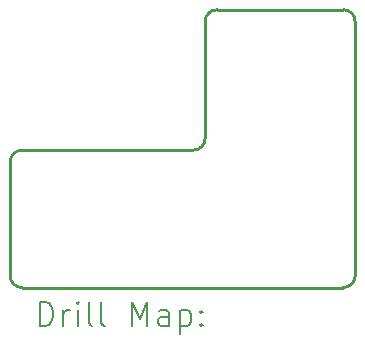
<source format=gbr>
%TF.GenerationSoftware,KiCad,Pcbnew,7.0.6*%
%TF.CreationDate,2024-04-06T17:48:30-04:00*%
%TF.ProjectId,rearbox_peripheral_io_side,72656172-626f-4785-9f70-657269706865,rev?*%
%TF.SameCoordinates,Original*%
%TF.FileFunction,Drillmap*%
%TF.FilePolarity,Positive*%
%FSLAX45Y45*%
G04 Gerber Fmt 4.5, Leading zero omitted, Abs format (unit mm)*
G04 Created by KiCad (PCBNEW 7.0.6) date 2024-04-06 17:48:30*
%MOMM*%
%LPD*%
G01*
G04 APERTURE LIST*
%ADD10C,0.250000*%
%ADD11C,0.200000*%
G04 APERTURE END LIST*
D10*
X10046640Y-6319520D02*
G75*
G03*
X9946640Y-6419520I0J-100000D01*
G01*
X11216640Y-6419520D02*
G75*
G03*
X11116640Y-6319520I-100000J0D01*
G01*
X9846640Y-7508240D02*
G75*
G03*
X9946640Y-7408240I0J100000D01*
G01*
X9946640Y-7408240D02*
X9946640Y-6419520D01*
X11116640Y-8671560D02*
G75*
G03*
X11216640Y-8571560I0J100000D01*
G01*
X11116640Y-8671560D02*
X8395640Y-8671560D01*
X9846640Y-7508240D02*
X8395640Y-7508240D01*
X11116640Y-6319520D02*
X10046640Y-6319520D01*
X8395640Y-7508240D02*
G75*
G03*
X8295640Y-7608240I0J-100000D01*
G01*
X8295640Y-7608240D02*
X8295640Y-8571560D01*
X8295640Y-8571560D02*
G75*
G03*
X8395640Y-8671560I100000J0D01*
G01*
X11216640Y-6419520D02*
X11216640Y-8571560D01*
D11*
X8543917Y-8995544D02*
X8543917Y-8795544D01*
X8543917Y-8795544D02*
X8591536Y-8795544D01*
X8591536Y-8795544D02*
X8620107Y-8805068D01*
X8620107Y-8805068D02*
X8639155Y-8824115D01*
X8639155Y-8824115D02*
X8648679Y-8843163D01*
X8648679Y-8843163D02*
X8658203Y-8881258D01*
X8658203Y-8881258D02*
X8658203Y-8909830D01*
X8658203Y-8909830D02*
X8648679Y-8947925D01*
X8648679Y-8947925D02*
X8639155Y-8966972D01*
X8639155Y-8966972D02*
X8620107Y-8986020D01*
X8620107Y-8986020D02*
X8591536Y-8995544D01*
X8591536Y-8995544D02*
X8543917Y-8995544D01*
X8743917Y-8995544D02*
X8743917Y-8862210D01*
X8743917Y-8900306D02*
X8753441Y-8881258D01*
X8753441Y-8881258D02*
X8762964Y-8871734D01*
X8762964Y-8871734D02*
X8782012Y-8862210D01*
X8782012Y-8862210D02*
X8801060Y-8862210D01*
X8867726Y-8995544D02*
X8867726Y-8862210D01*
X8867726Y-8795544D02*
X8858203Y-8805068D01*
X8858203Y-8805068D02*
X8867726Y-8814591D01*
X8867726Y-8814591D02*
X8877250Y-8805068D01*
X8877250Y-8805068D02*
X8867726Y-8795544D01*
X8867726Y-8795544D02*
X8867726Y-8814591D01*
X8991536Y-8995544D02*
X8972488Y-8986020D01*
X8972488Y-8986020D02*
X8962964Y-8966972D01*
X8962964Y-8966972D02*
X8962964Y-8795544D01*
X9096298Y-8995544D02*
X9077250Y-8986020D01*
X9077250Y-8986020D02*
X9067726Y-8966972D01*
X9067726Y-8966972D02*
X9067726Y-8795544D01*
X9324869Y-8995544D02*
X9324869Y-8795544D01*
X9324869Y-8795544D02*
X9391536Y-8938401D01*
X9391536Y-8938401D02*
X9458203Y-8795544D01*
X9458203Y-8795544D02*
X9458203Y-8995544D01*
X9639155Y-8995544D02*
X9639155Y-8890782D01*
X9639155Y-8890782D02*
X9629631Y-8871734D01*
X9629631Y-8871734D02*
X9610584Y-8862210D01*
X9610584Y-8862210D02*
X9572488Y-8862210D01*
X9572488Y-8862210D02*
X9553441Y-8871734D01*
X9639155Y-8986020D02*
X9620107Y-8995544D01*
X9620107Y-8995544D02*
X9572488Y-8995544D01*
X9572488Y-8995544D02*
X9553441Y-8986020D01*
X9553441Y-8986020D02*
X9543917Y-8966972D01*
X9543917Y-8966972D02*
X9543917Y-8947925D01*
X9543917Y-8947925D02*
X9553441Y-8928877D01*
X9553441Y-8928877D02*
X9572488Y-8919353D01*
X9572488Y-8919353D02*
X9620107Y-8919353D01*
X9620107Y-8919353D02*
X9639155Y-8909830D01*
X9734393Y-8862210D02*
X9734393Y-9062210D01*
X9734393Y-8871734D02*
X9753441Y-8862210D01*
X9753441Y-8862210D02*
X9791536Y-8862210D01*
X9791536Y-8862210D02*
X9810584Y-8871734D01*
X9810584Y-8871734D02*
X9820107Y-8881258D01*
X9820107Y-8881258D02*
X9829631Y-8900306D01*
X9829631Y-8900306D02*
X9829631Y-8957449D01*
X9829631Y-8957449D02*
X9820107Y-8976496D01*
X9820107Y-8976496D02*
X9810584Y-8986020D01*
X9810584Y-8986020D02*
X9791536Y-8995544D01*
X9791536Y-8995544D02*
X9753441Y-8995544D01*
X9753441Y-8995544D02*
X9734393Y-8986020D01*
X9915345Y-8976496D02*
X9924869Y-8986020D01*
X9924869Y-8986020D02*
X9915345Y-8995544D01*
X9915345Y-8995544D02*
X9905822Y-8986020D01*
X9905822Y-8986020D02*
X9915345Y-8976496D01*
X9915345Y-8976496D02*
X9915345Y-8995544D01*
X9915345Y-8871734D02*
X9924869Y-8881258D01*
X9924869Y-8881258D02*
X9915345Y-8890782D01*
X9915345Y-8890782D02*
X9905822Y-8881258D01*
X9905822Y-8881258D02*
X9915345Y-8871734D01*
X9915345Y-8871734D02*
X9915345Y-8890782D01*
M02*

</source>
